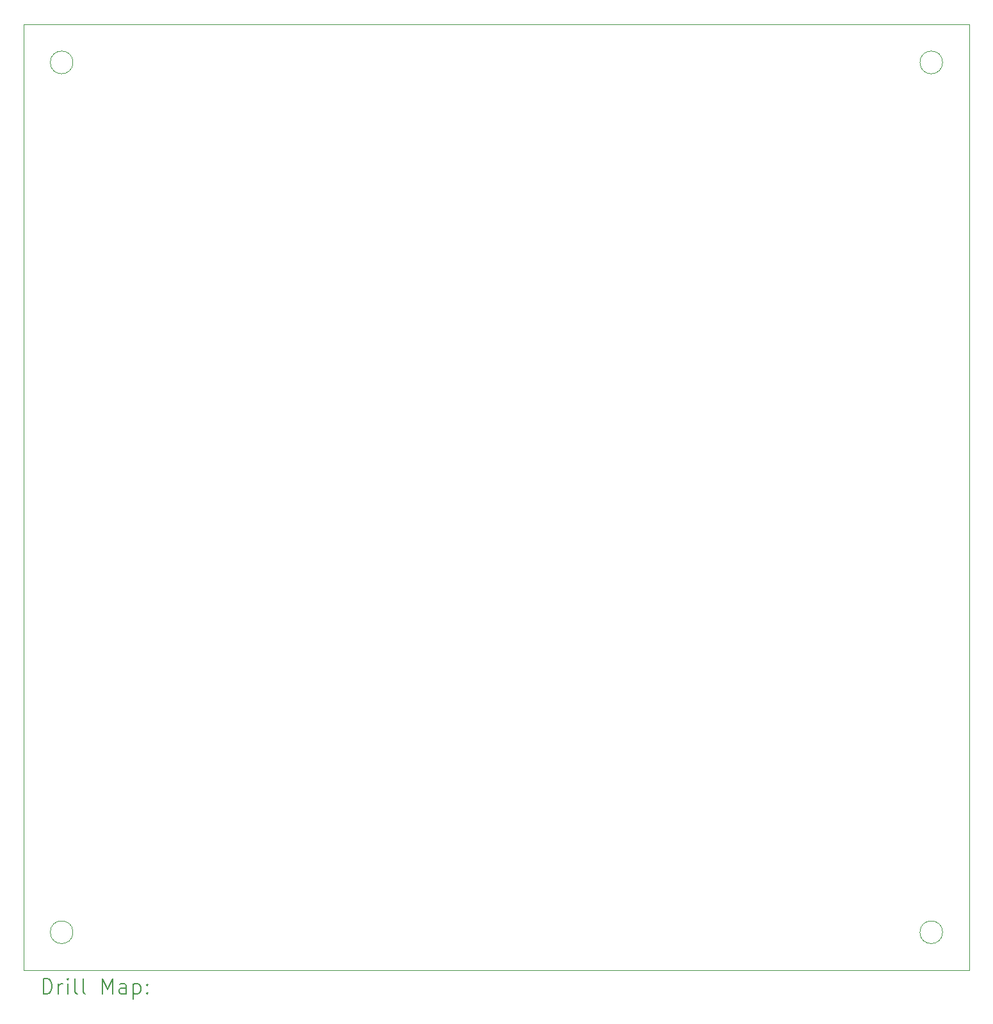
<source format=gbr>
%TF.GenerationSoftware,KiCad,Pcbnew,9.0.5*%
%TF.CreationDate,2025-11-10T02:59:42-08:00*%
%TF.ProjectId,zotbins_2025_wrover_pcb,7a6f7462-696e-4735-9f32-3032355f7772,rev?*%
%TF.SameCoordinates,Original*%
%TF.FileFunction,Drillmap*%
%TF.FilePolarity,Positive*%
%FSLAX45Y45*%
G04 Gerber Fmt 4.5, Leading zero omitted, Abs format (unit mm)*
G04 Created by KiCad (PCBNEW 9.0.5) date 2025-11-10 02:59:42*
%MOMM*%
%LPD*%
G01*
G04 APERTURE LIST*
%ADD10C,0.050000*%
%ADD11C,0.200000*%
G04 APERTURE END LIST*
D10*
X9300000Y-3740000D02*
X21800000Y-3740000D01*
X21800000Y-16240000D01*
X9300000Y-16240000D01*
X9300000Y-3740000D01*
X21450000Y-15740000D02*
G75*
G02*
X21150000Y-15740000I-150000J0D01*
G01*
X21150000Y-15740000D02*
G75*
G02*
X21450000Y-15740000I150000J0D01*
G01*
X21450000Y-4240000D02*
G75*
G02*
X21150000Y-4240000I-150000J0D01*
G01*
X21150000Y-4240000D02*
G75*
G02*
X21450000Y-4240000I150000J0D01*
G01*
X9950000Y-15740000D02*
G75*
G02*
X9650000Y-15740000I-150000J0D01*
G01*
X9650000Y-15740000D02*
G75*
G02*
X9950000Y-15740000I150000J0D01*
G01*
X9950000Y-4240000D02*
G75*
G02*
X9650000Y-4240000I-150000J0D01*
G01*
X9650000Y-4240000D02*
G75*
G02*
X9950000Y-4240000I150000J0D01*
G01*
D11*
X9558277Y-16553984D02*
X9558277Y-16353984D01*
X9558277Y-16353984D02*
X9605896Y-16353984D01*
X9605896Y-16353984D02*
X9634467Y-16363508D01*
X9634467Y-16363508D02*
X9653515Y-16382555D01*
X9653515Y-16382555D02*
X9663039Y-16401603D01*
X9663039Y-16401603D02*
X9672563Y-16439698D01*
X9672563Y-16439698D02*
X9672563Y-16468269D01*
X9672563Y-16468269D02*
X9663039Y-16506365D01*
X9663039Y-16506365D02*
X9653515Y-16525412D01*
X9653515Y-16525412D02*
X9634467Y-16544460D01*
X9634467Y-16544460D02*
X9605896Y-16553984D01*
X9605896Y-16553984D02*
X9558277Y-16553984D01*
X9758277Y-16553984D02*
X9758277Y-16420650D01*
X9758277Y-16458746D02*
X9767801Y-16439698D01*
X9767801Y-16439698D02*
X9777324Y-16430174D01*
X9777324Y-16430174D02*
X9796372Y-16420650D01*
X9796372Y-16420650D02*
X9815420Y-16420650D01*
X9882086Y-16553984D02*
X9882086Y-16420650D01*
X9882086Y-16353984D02*
X9872563Y-16363508D01*
X9872563Y-16363508D02*
X9882086Y-16373031D01*
X9882086Y-16373031D02*
X9891610Y-16363508D01*
X9891610Y-16363508D02*
X9882086Y-16353984D01*
X9882086Y-16353984D02*
X9882086Y-16373031D01*
X10005896Y-16553984D02*
X9986848Y-16544460D01*
X9986848Y-16544460D02*
X9977324Y-16525412D01*
X9977324Y-16525412D02*
X9977324Y-16353984D01*
X10110658Y-16553984D02*
X10091610Y-16544460D01*
X10091610Y-16544460D02*
X10082086Y-16525412D01*
X10082086Y-16525412D02*
X10082086Y-16353984D01*
X10339229Y-16553984D02*
X10339229Y-16353984D01*
X10339229Y-16353984D02*
X10405896Y-16496841D01*
X10405896Y-16496841D02*
X10472563Y-16353984D01*
X10472563Y-16353984D02*
X10472563Y-16553984D01*
X10653515Y-16553984D02*
X10653515Y-16449222D01*
X10653515Y-16449222D02*
X10643991Y-16430174D01*
X10643991Y-16430174D02*
X10624944Y-16420650D01*
X10624944Y-16420650D02*
X10586848Y-16420650D01*
X10586848Y-16420650D02*
X10567801Y-16430174D01*
X10653515Y-16544460D02*
X10634467Y-16553984D01*
X10634467Y-16553984D02*
X10586848Y-16553984D01*
X10586848Y-16553984D02*
X10567801Y-16544460D01*
X10567801Y-16544460D02*
X10558277Y-16525412D01*
X10558277Y-16525412D02*
X10558277Y-16506365D01*
X10558277Y-16506365D02*
X10567801Y-16487317D01*
X10567801Y-16487317D02*
X10586848Y-16477793D01*
X10586848Y-16477793D02*
X10634467Y-16477793D01*
X10634467Y-16477793D02*
X10653515Y-16468269D01*
X10748753Y-16420650D02*
X10748753Y-16620650D01*
X10748753Y-16430174D02*
X10767801Y-16420650D01*
X10767801Y-16420650D02*
X10805896Y-16420650D01*
X10805896Y-16420650D02*
X10824944Y-16430174D01*
X10824944Y-16430174D02*
X10834467Y-16439698D01*
X10834467Y-16439698D02*
X10843991Y-16458746D01*
X10843991Y-16458746D02*
X10843991Y-16515888D01*
X10843991Y-16515888D02*
X10834467Y-16534936D01*
X10834467Y-16534936D02*
X10824944Y-16544460D01*
X10824944Y-16544460D02*
X10805896Y-16553984D01*
X10805896Y-16553984D02*
X10767801Y-16553984D01*
X10767801Y-16553984D02*
X10748753Y-16544460D01*
X10929705Y-16534936D02*
X10939229Y-16544460D01*
X10939229Y-16544460D02*
X10929705Y-16553984D01*
X10929705Y-16553984D02*
X10920182Y-16544460D01*
X10920182Y-16544460D02*
X10929705Y-16534936D01*
X10929705Y-16534936D02*
X10929705Y-16553984D01*
X10929705Y-16430174D02*
X10939229Y-16439698D01*
X10939229Y-16439698D02*
X10929705Y-16449222D01*
X10929705Y-16449222D02*
X10920182Y-16439698D01*
X10920182Y-16439698D02*
X10929705Y-16430174D01*
X10929705Y-16430174D02*
X10929705Y-16449222D01*
M02*

</source>
